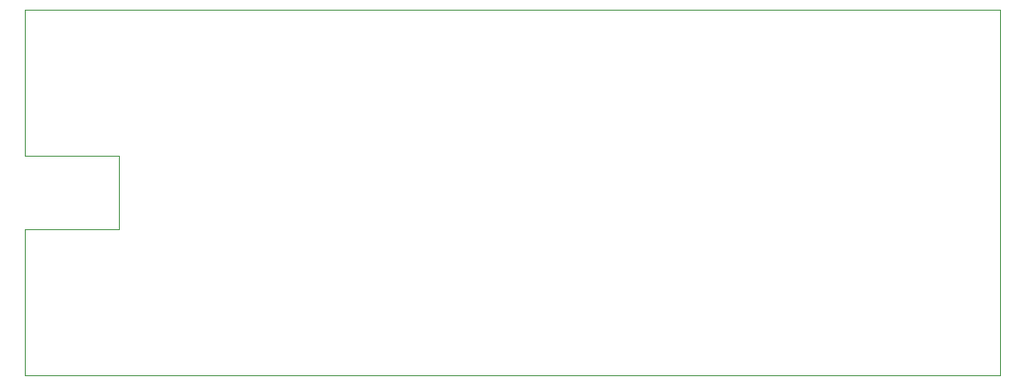
<source format=gm1>
G04 #@! TF.FileFunction,Profile,NP*
%FSLAX46Y46*%
G04 Gerber Fmt 4.6, Leading zero omitted, Abs format (unit mm)*
G04 Created by KiCad (PCBNEW 4.0.1-stable) date 24.01.2016 23:52:11*
%MOMM*%
G01*
G04 APERTURE LIST*
%ADD10C,0.100000*%
G04 APERTURE END LIST*
D10*
X184000000Y-125500000D02*
X91000000Y-125500000D01*
X184000000Y-90500000D02*
X184000000Y-125500000D01*
X91000000Y-90500000D02*
X184000000Y-90500000D01*
X91000000Y-125500000D02*
X91000000Y-111500000D01*
X91000000Y-104500000D02*
X91000000Y-90500000D01*
X100000000Y-111500000D02*
X91000000Y-111500000D01*
X100000000Y-104500000D02*
X100000000Y-111500000D01*
X91000000Y-104500000D02*
X100000000Y-104500000D01*
M02*

</source>
